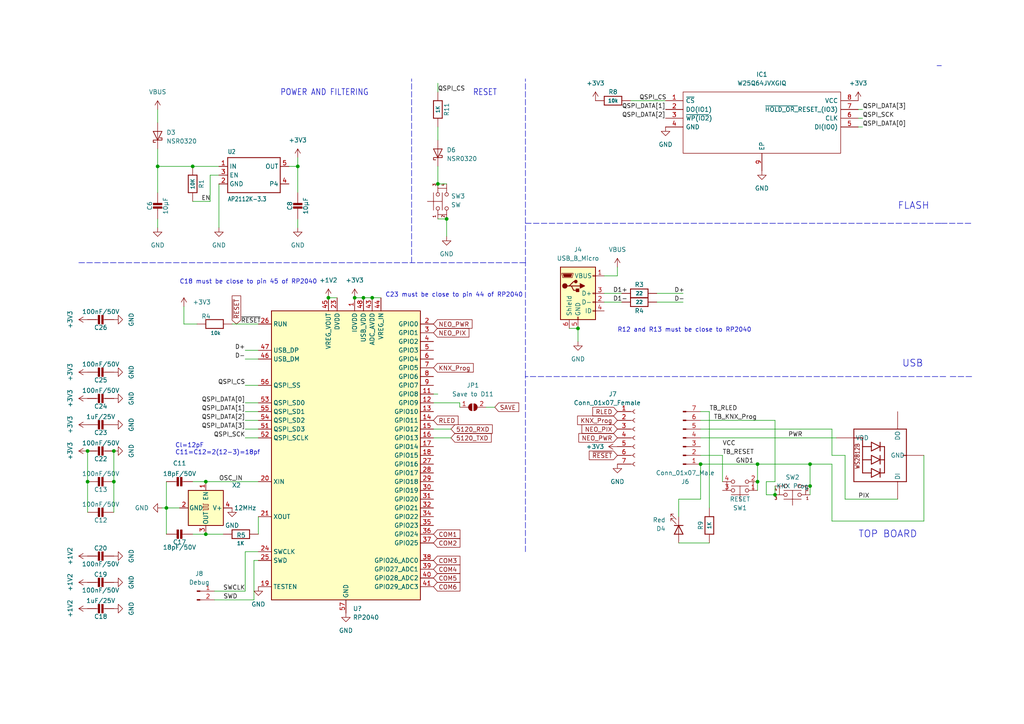
<source format=kicad_sch>
(kicad_sch (version 20211123) (generator eeschema)
  (paper "A4")
  (title_block (title "KNX - TPInfo") (date "2022-11-17") (rev "02") (company "Emmanuel Carjat") (comment 1 "Initial schematics from Adafruit"))
  (lib_symbols
    (symbol "Adafruit ItsyBitsy M0-eagle-import:RESISTOR_0603_NOOUT"
      (property "Reference" "R" (at 0 2.54 0))
      (property "Value" "RESISTOR_0603_NOOUT" (at 0 0 0))
      (symbol "RESISTOR_0603_NOOUT_1_0"
        (pin passive line (at -5.08 0 0) (length 2.54) (name "1") (number "1"))
        (pin passive line (at 5.08 0 180) (length 2.54) (name "2") (number "2"))
      )
    )
    (symbol "Adafruit ItsyBitsy RP2040-eagle-import:CAP_CERAMIC0805-NOOUTLINE"
      (property "Reference" "C" (at -2.29 1.25 90))
      (property "Value" "CAP_CERAMIC0805-NOOUTLINE" (at 2.3 1.25 90))
      (symbol "CAP_CERAMIC0805-NOOUTLINE_1_0"
        (pin passive line (at 0 5.08 270) (length 2.54) (name "1") (number "1"))
        (pin passive line (at 0 -2.54 90) (length 2.54) (name "2") (number "2"))
      )
    )
    (symbol "Adafruit ItsyBitsy RP2040-eagle-import:CAP_CERAMIC_0402NO"
      (property "Reference" "C" (at -2.29 1.25 90))
      (property "Value" "CAP_CERAMIC_0402NO" (at 2.3 1.25 90))
      (symbol "CAP_CERAMIC_0402NO_1_0"
        (pin passive line (at 0 5.08 270) (length 2.54) (name "1") (number "1"))
        (pin passive line (at 0 -2.54 90) (length 2.54) (name "2") (number "2"))
      )
    )
    (symbol "Adafruit ItsyBitsy RP2040-eagle-import:CAP_CERAMIC_0603MP"
      (property "Reference" "C" (at -2.29 1.25 90))
      (property "Value" "CAP_CERAMIC_0603MP" (at 2.3 1.25 90))
      (symbol "CAP_CERAMIC_0603MP_1_0"
        (pin passive line (at 0 5.08 270) (length 2.54) (name "1") (number "1"))
        (pin passive line (at 0 -2.54 90) (length 2.54) (name "2") (number "2"))
      )
    )
    (symbol "Adafruit ItsyBitsy RP2040-eagle-import:RESISTOR_0402NO"
      (property "Reference" "R" (at 0 2.54 0))
      (property "Value" "RESISTOR_0402NO" (at 0 0 0))
      (symbol "RESISTOR_0402NO_1_0"
        (pin passive line (at -5.08 0 0) (length 2.54) (name "1") (number "1"))
        (pin passive line (at 5.08 0 180) (length 2.54) (name "2") (number "2"))
      )
    )
    (symbol "Adafruit ItsyBitsy RP2040-eagle-import:VREG_SOT23-5"
      (property "Reference" "U" (at -7.62 6.096 0))
      (property "Value" "VREG_SOT23-5" (at -7.62 -7.62 0))
      (symbol "VREG_SOT23-5_1_0"
        (pin power_in line (at -10.16 2.54 0) (length 2.54) (name "IN") (number "1"))
        (pin power_in line (at -10.16 -2.54 0) (length 2.54) (name "GND") (number "2"))
        (pin input line (at -10.16 0 0) (length 2.54) (name "EN") (number "3"))
        (pin bidirectional line (at 10.16 -2.54 180) (length 2.54) (name "P4") (number "4"))
        (pin power_in line (at 10.16 2.54 180) (length 2.54) (name "OUT") (number "5"))
      )
    )
    (symbol "Adafruit ItsyBitsy RP2040-eagle-import:WS2812B3535"
      (symbol "WS2812B3535_1_0"
        (text "WS2812B" (at -4.064 8.382 0) (effects (font (size 1.27 1.0795)) (justify left bottom)))
        (pin power_in line (at 5.08 15.24 270) (length 5.08) (name "VDD") (number "1"))
        (pin output line (at 12.7 -2.54 180) (length 5.08) (name "DO") (number "2"))
        (pin power_in line (at 0 -10.16 90) (length 5.08) (name "GND") (number "3"))
        (pin input line (at -12.7 -2.54 0) (length 5.08) (name "DI") (number "4"))
      )
    )
    (symbol "Connector:Conn_01x02_Male" (pin_names (offset 1.016) hide)
      (property "Reference" "J" (at 0 2.54 0))
      (property "Value" "Conn_01x02_Male" (at 0 -5.08 0))
      (symbol "Conn_01x02_Male_1_1"
        (pin passive line (at 5.08 0 180) (length 3.81) (name "Pin_1") (number "1"))
        (pin passive line (at 5.08 -2.54 180) (length 3.81) (name "Pin_2") (number "2"))
      )
    )
    (symbol "Connector:Conn_01x07_Female" (pin_names (offset 1.016) hide)
      (property "Reference" "J" (at 0 10.16 0))
      (property "Value" "Conn_01x07_Female" (at 0 -10.16 0))
      (symbol "Conn_01x07_Female_1_1"
        (pin passive line (at -5.08 7.62 0) (length 3.81) (name "Pin_1") (number "1"))
        (pin passive line (at -5.08 5.08 0) (length 3.81) (name "Pin_2") (number "2"))
        (pin passive line (at -5.08 2.54 0) (length 3.81) (name "Pin_3") (number "3"))
        (pin passive line (at -5.08 0 0) (length 3.81) (name "Pin_4") (number "4"))
        (pin passive line (at -5.08 -2.54 0) (length 3.81) (name "Pin_5") (number "5"))
        (pin passive line (at -5.08 -5.08 0) (length 3.81) (name "Pin_6") (number "6"))
        (pin passive line (at -5.08 -7.62 0) (length 3.81) (name "Pin_7") (number "7"))
      )
    )
    (symbol "Connector:Conn_01x07_Male" (pin_names (offset 1.016) hide)
      (property "Reference" "J" (at 0 10.16 0))
      (property "Value" "Conn_01x07_Male" (at 0 -10.16 0))
      (symbol "Conn_01x07_Male_1_1"
        (pin passive line (at 5.08 7.62 180) (length 3.81) (name "Pin_1") (number "1"))
        (pin passive line (at 5.08 5.08 180) (length 3.81) (name "Pin_2") (number "2"))
        (pin passive line (at 5.08 2.54 180) (length 3.81) (name "Pin_3") (number "3"))
        (pin passive line (at 5.08 0 180) (length 3.81) (name "Pin_4") (number "4"))
        (pin passive line (at 5.08 -2.54 180) (length 3.81) (name "Pin_5") (number "5"))
        (pin passive line (at 5.08 -5.08 180) (length 3.81) (name "Pin_6") (number "6"))
        (pin passive line (at 5.08 -7.62 180) (length 3.81) (name "Pin_7") (number "7"))
      )
    )
    (symbol "Connector:USB_B_Micro" (pin_names (offset 1.016))
      (property "Reference" "J" (at -5.08 11.43 0))
      (property "Value" "USB_B_Micro" (at -5.08 8.89 0))
      (symbol "USB_B_Micro_1_1"
        (pin power_out line (at 7.62 5.08 180) (length 2.54) (name "VBUS") (number "1"))
        (pin bidirectional line (at 7.62 -2.54 180) (length 2.54) (name "D-") (number "2"))
        (pin bidirectional line (at 7.62 0 180) (length 2.54) (name "D+") (number "3"))
        (pin passive line (at 7.62 -5.08 180) (length 2.54) (name "ID") (number "4"))
        (pin power_out line (at 0 -10.16 90) (length 2.54) (name "GND") (number "5"))
        (pin passive line (at -2.54 -10.16 90) (length 2.54) (name "Shield") (number "6"))
      )
    )
    (symbol "Device:LED" (pin_numbers hide) (pin_names (offset 1.016) hide)
      (property "Reference" "D" (at 0 2.54 0))
      (property "Value" "LED" (at 0 -2.54 0))
      (symbol "LED_1_1"
        (pin passive line (at -3.81 0 0) (length 2.54) (name "K") (number "1"))
        (pin passive line (at 3.81 0 180) (length 2.54) (name "A") (number "2"))
      )
    )
    (symbol "Diode:PMEG3020EJ" (pin_numbers hide) (pin_names hide)
      (property "Reference" "D" (at 0 2.54 0))
      (property "Value" "PMEG3020EJ" (at 0 -2.54 0))
      (symbol "PMEG3020EJ_1_1"
        (pin passive line (at -3.81 0 0) (length 2.54) (name "K") (number "1"))
        (pin passive line (at 3.81 0 180) (length 2.54) (name "A") (number "2"))
      )
    )
    (symbol "Jumper:SolderJumper_2_Open" (pin_names (offset 0) hide)
      (property "Reference" "JP" (at 0 2.032 0))
      (property "Value" "SolderJumper_2_Open" (at 0 -2.54 0))
      (symbol "SolderJumper_2_Open_1_1"
        (pin passive line (at -3.81 0 0) (length 2.54) (name "A") (number "1"))
        (pin passive line (at 3.81 0 180) (length 2.54) (name "B") (number "2"))
      )
    )
    (symbol "MCU_RaspberryPi:RP2040"
      (property "Reference" "U" (at 17.78 45.72 0))
      (property "Value" "RP2040" (at 17.78 43.18 0))
      (symbol "RP2040_1_1"
        (pin power_in line (at 2.54 45.72 270) (length 3.81) (name "IOVDD") (number "1"))
        (pin passive line (at 2.54 45.72 270) (length 3.81) hide (name "IOVDD") (number "10"))
        (pin bidirectional line (at 25.4 17.78 180) (length 3.81) (name "GPIO8") (number "11"))
        (pin bidirectional line (at 25.4 15.24 180) (length 3.81) (name "GPIO9") (number "12"))
        (pin bidirectional line (at 25.4 12.7 180) (length 3.81) (name "GPIO10") (number "13"))
        (pin bidirectional line (at 25.4 10.16 180) (length 3.81) (name "GPIO11") (number "14"))
        (pin bidirectional line (at 25.4 7.62 180) (length 3.81) (name "GPIO12") (number "15"))
        (pin bidirectional line (at 25.4 5.08 180) (length 3.81) (name "GPIO13") (number "16"))
        (pin bidirectional line (at 25.4 2.54 180) (length 3.81) (name "GPIO14") (number "17"))
        (pin bidirectional line (at 25.4 0 180) (length 3.81) (name "GPIO15") (number "18"))
        (pin input line (at -25.4 -38.1 0) (length 3.81) (name "TESTEN") (number "19"))
        (pin bidirectional line (at 25.4 38.1 180) (length 3.81) (name "GPIO0") (number "2"))
        (pin input line (at -25.4 -7.62 0) (length 3.81) (name "XIN") (number "20"))
        (pin passive line (at -25.4 -17.78 0) (length 3.81) (name "XOUT") (number "21"))
        (pin passive line (at 2.54 45.72 270) (length 3.81) hide (name "IOVDD") (number "22"))
        (pin power_in line (at -2.54 45.72 270) (length 3.81) (name "DVDD") (number "23"))
        (pin output line (at -25.4 -27.94 0) (length 3.81) (name "SWCLK") (number "24"))
        (pin bidirectional line (at -25.4 -30.48 0) (length 3.81) (name "SWD") (number "25"))
        (pin input line (at -25.4 38.1 0) (length 3.81) (name "RUN") (number "26"))
        (pin bidirectional line (at 25.4 -2.54 180) (length 3.81) (name "GPIO16") (number "27"))
        (pin bidirectional line (at 25.4 -5.08 180) (length 3.81) (name "GPIO17") (number "28"))
        (pin bidirectional line (at 25.4 -7.62 180) (length 3.81) (name "GPIO18") (number "29"))
        (pin bidirectional line (at 25.4 35.56 180) (length 3.81) (name "GPIO1") (number "3"))
        (pin bidirectional line (at 25.4 -10.16 180) (length 3.81) (name "GPIO19") (number "30"))
        (pin bidirectional line (at 25.4 -12.7 180) (length 3.81) (name "GPIO20") (number "31"))
        (pin bidirectional line (at 25.4 -15.24 180) (length 3.81) (name "GPIO21") (number "32"))
        (pin passive line (at 2.54 45.72 270) (length 3.81) hide (name "IOVDD") (number "33"))
        (pin bidirectional line (at 25.4 -17.78 180) (length 3.81) (name "GPIO22") (number "34"))
        (pin bidirectional line (at 25.4 -20.32 180) (length 3.81) (name "GPIO23") (number "35"))
        (pin bidirectional line (at 25.4 -22.86 180) (length 3.81) (name "GPIO24") (number "36"))
        (pin bidirectional line (at 25.4 -25.4 180) (length 3.81) (name "GPIO25") (number "37"))
        (pin bidirectional line (at 25.4 -30.48 180) (length 3.81) (name "GPIO26_ADC0") (number "38"))
        (pin bidirectional line (at 25.4 -33.02 180) (length 3.81) (name "GPIO27_ADC1") (number "39"))
        (pin bidirectional line (at 25.4 33.02 180) (length 3.81) (name "GPIO2") (number "4"))
        (pin bidirectional line (at 25.4 -35.56 180) (length 3.81) (name "GPIO28_ADC2") (number "40"))
        (pin bidirectional line (at 25.4 -38.1 180) (length 3.81) (name "GPIO29_ADC3") (number "41"))
        (pin passive line (at 2.54 45.72 270) (length 3.81) hide (name "IOVDD") (number "42"))
        (pin power_in line (at 7.62 45.72 270) (length 3.81) (name "ADC_AVDD") (number "43"))
        (pin power_in line (at 10.16 45.72 270) (length 3.81) (name "VREG_IN") (number "44"))
        (pin power_out line (at -5.08 45.72 270) (length 3.81) (name "VREG_VOUT") (number "45"))
        (pin bidirectional line (at -25.4 27.94 0) (length 3.81) (name "USB_DM") (number "46"))
        (pin bidirectional line (at -25.4 30.48 0) (length 3.81) (name "USB_DP") (number "47"))
        (pin power_in line (at 5.08 45.72 270) (length 3.81) (name "USB_VDD") (number "48"))
        (pin passive line (at 2.54 45.72 270) (length 3.81) hide (name "IOVDD") (number "49"))
        (pin bidirectional line (at 25.4 30.48 180) (length 3.81) (name "GPIO3") (number "5"))
        (pin passive line (at -2.54 45.72 270) (length 3.81) hide (name "DVDD") (number "50"))
        (pin bidirectional line (at -25.4 7.62 0) (length 3.81) (name "QSPI_SD3") (number "51"))
        (pin output line (at -25.4 5.08 0) (length 3.81) (name "QSPI_SCLK") (number "52"))
        (pin bidirectional line (at -25.4 15.24 0) (length 3.81) (name "QSPI_SD0") (number "53"))
        (pin bidirectional line (at -25.4 10.16 0) (length 3.81) (name "QSPI_SD2") (number "54"))
        (pin bidirectional line (at -25.4 12.7 0) (length 3.81) (name "QSPI_SD1") (number "55"))
        (pin bidirectional line (at -25.4 20.32 0) (length 3.81) (name "QSPI_SS") (number "56"))
        (pin power_in line (at 0 -45.72 90) (length 3.81) (name "GND") (number "57"))
        (pin bidirectional line (at 25.4 27.94 180) (length 3.81) (name "GPIO4") (number "6"))
        (pin bidirectional line (at 25.4 25.4 180) (length 3.81) (name "GPIO5") (number "7"))
        (pin bidirectional line (at 25.4 22.86 180) (length 3.81) (name "GPIO6") (number "8"))
        (pin bidirectional line (at 25.4 20.32 180) (length 3.81) (name "GPIO7") (number "9"))
      )
    )
    (symbol "Oscillator:XO32" (pin_names (offset 0.254))
      (property "Reference" "X" (at -5.08 6.35 0))
      (property "Value" "XO32" (at 1.27 -6.35 0))
      (symbol "XO32_1_1"
        (pin input line (at -7.62 0 0) (length 2.54) (name "EN") (number "1"))
        (pin power_in line (at 0 -7.62 90) (length 2.54) (name "GND") (number "2"))
        (pin output line (at 7.62 0 180) (length 2.54) (name "OUT") (number "3"))
        (pin power_in line (at 0 7.62 270) (length 2.54) (name "V+") (number "4"))
      )
    )
    (symbol "SW_Push_1" (pin_names (offset 1.016) hide)
      (property "Reference" "SW1" (at 0 5.08 0))
      (property "Value" "Reset" (at 0 2.54 0))
      (symbol "SW_Push_1_0_1"
        (pin passive line (at -5.08 0 0) (length 2.54) (name "1") (number "1"))
        (pin passive line (at -5.08 -2.54 0) (length 2.54) (name "2") (number "2"))
        (pin passive line (at 5.08 0 180) (length 2.54) (name "3") (number "3"))
        (pin passive line (at 5.08 -2.54 180) (length 2.54) (name "4") (number "4"))
      )
    )
    (symbol "SW_Push_2" (pin_numbers hide) (pin_names (offset 1.016) hide)
      (property "Reference" "SW1" (at 0 -5.08 0))
      (property "Value" "Reset" (at 0 -2.54 0))
      (symbol "SW_Push_2_0_0"
        (text "1" (at -4.318 1.016 0) (effects (font (size 0.8 0.8))))
        (text "2" (at -4.318 -1.524 0) (effects (font (size 0.8 0.8))))
        (text "3" (at 4.826 1.016 0) (effects (font (size 0.8 0.8))))
        (text "4" (at 4.826 -1.524 0) (effects (font (size 0.8 0.8))))
      )
      (symbol "SW_Push_2_0_1"
        (pin passive line (at -5.08 0 0) (length 2.54) (name "1") (number "1"))
        (pin passive line (at -5.08 -2.54 0) (length 2.54) (name "2") (number "2"))
        (pin passive line (at 5.08 0 180) (length 2.54) (name "3") (number "3"))
        (pin passive line (at 5.08 -2.54 180) (length 2.54) (name "4") (number "4"))
      )
    )
    (symbol "W25Q64JVXGIQ:W25Q64JVXGIQ" (pin_names (offset 0.762))
      (property "Reference" "IC" (at 52.07 7.62 0))
      (property "Value" "W25Q64JVXGIQ" (at 52.07 5.08 0))
      (symbol "W25Q64JVXGIQ_0_0"
        (pin passive line (at 0 0 0) (length 5.08) (name "~{CS}") (number "1"))
        (pin passive line (at 0 -2.54 0) (length 5.08) (name "DO(IO1)") (number "2"))
        (pin passive line (at 0 -5.08 0) (length 5.08) (name "~{WP(IO2})") (number "3"))
        (pin passive line (at 0 -7.62 0) (length 5.08) (name "GND") (number "4"))
        (pin passive line (at 55.88 -7.62 180) (length 5.08) (name "DI(IO0)") (number "5"))
        (pin passive line (at 55.88 -5.08 180) (length 5.08) (name "CLK") (number "6"))
        (pin passive line (at 55.88 -2.54 180) (length 5.08) (name "~{HOLD_OR_}RESET_(IO3)") (number "7"))
        (pin passive line (at 55.88 0 180) (length 5.08) (name "VCC") (number "8"))
        (pin passive line (at 27.94 -20.32 90) (length 5.08) (name "EP") (number "9"))
      )
    )
    (symbol "power:+1V2" (power) (pin_names (offset 0))
      (property "Value" "+1V2" (at 0 3.556 0))
      (symbol "+1V2_1_1"
        (pin power_in line (at 0 0 90) (length 0) hide (name "+1V2") (number "1"))
      )
    )
    (symbol "power:+3V3" (power) (pin_names (offset 0))
      (property "Value" "+3V3" (at 0 3.556 0))
      (symbol "+3V3_1_1"
        (pin power_in line (at 0 0 90) (length 0) hide (name "+3V3") (number "1"))
      )
    )
    (symbol "power:GND" (power) (pin_names (offset 0))
      (property "Value" "GND" (at 0 -3.81 0))
      (symbol "GND_1_1"
        (pin power_in line (at 0 0 270) (length 0) hide (name "GND") (number "1"))
      )
    )
    (symbol "power:VBUS" (power) (pin_names (offset 0))
      (property "Value" "VBUS" (at 0 3.81 0))
      (symbol "VBUS_1_1"
        (pin power_in line (at 0 0 90) (length 0) hide (name "VBUS") (number "1"))
      )
    )
  )
  (junction (at 167.64 95.25))
  (junction (at 45.72 48.26))
  (junction (at 234.95 140.97))
  (junction (at 203.2 134.62))
  (junction (at 224.79 143.51))
  (junction (at 25.4 139.7))
  (junction (at 127 53.34))
  (junction (at 105.41 86.36))
  (junction (at 102.87 86.36))
  (junction (at 234.95 134.62))
  (junction (at 107.95 86.36))
  (junction (at 33.02 139.7))
  (junction (at 55.88 48.26))
  (junction (at 48.26 147.32))
  (junction (at 219.71 139.7))
  (junction (at 59.69 139.7))
  (junction (at 25.4 130.81))
  (junction (at 219.71 134.62))
  (junction (at 129.54 63.5))
  (junction (at 86.36 48.26))
  (junction (at 59.69 154.94))
  (junction (at 95.25 86.36))
  (junction (at 33.02 130.81))
  (wire (pts (xy 130.81 127) (xy 125.73 127)))
  (wire (pts (xy 71.12 160.02) (xy 71.12 171.45)))
  (wire (pts (xy 48.26 147.32) (xy 48.26 154.94)))
  (wire (pts (xy 107.95 86.36) (xy 110.49 86.36)))
  (wire (pts (xy 241.3 134.62) (xy 241.3 151.13)))
  (wire (pts (xy 203.2 134.62) (xy 219.71 134.62)))
  (wire (pts (xy 130.81 124.46) (xy 125.73 124.46)))
  (wire (pts (xy 219.71 134.62) (xy 219.71 139.7)))
  (polyline (pts (xy 22.86 76.2) (xy 119.38 76.2)))
  (wire (pts (xy 95.25 86.36) (xy 97.79 86.36)))
  (wire (pts (xy 74.93 162.56) (xy 73.66 162.56)))
  (polyline (pts (xy 152.4 160.02) (xy 152.4 109.22)))
  (wire (pts (xy 33.02 139.7) (xy 33.02 130.81)))
  (wire (pts (xy 203.2 144.78) (xy 203.2 134.62)))
  (wire (pts (xy 33.02 148.59) (xy 33.02 139.7)))
  (wire (pts (xy 190.5 85.09) (xy 198.12 85.09)))
  (wire (pts (xy 48.26 139.7) (xy 48.26 147.32)))
  (wire (pts (xy 203.2 127) (xy 242.57 127)))
  (wire (pts (xy 71.12 121.92) (xy 74.93 121.92)))
  (wire (pts (xy 196.85 149.86) (xy 196.85 144.78)))
  (wire (pts (xy 67.31 93.98) (xy 74.93 93.98)))
  (wire (pts (xy 245.11 132.08) (xy 245.11 144.78)))
  (wire (pts (xy 190.5 87.63) (xy 198.12 87.63)))
  (polyline (pts (xy 271.78 19.05) (xy 273.05 19.05)))
  (wire (pts (xy 62.23 173.99) (xy 73.66 173.99)))
  (wire (pts (xy 48.26 147.32) (xy 52.07 147.32)))
  (wire (pts (xy 234.95 134.62) (xy 234.95 140.97)))
  (wire (pts (xy 224.79 140.97) (xy 224.79 143.51)))
  (polyline (pts (xy 152.4 64.77) (xy 273.05 64.77)))
  (wire (pts (xy 25.4 148.59) (xy 25.4 139.7)))
  (wire (pts (xy 45.72 63.5) (xy 45.72 66.04)))
  (wire (pts (xy 102.87 86.36) (xy 105.41 86.36)))
  (wire (pts (xy 25.4 139.7) (xy 25.4 130.81)))
  (wire (pts (xy 71.12 171.45) (xy 62.23 171.45)))
  (wire (pts (xy 245.11 144.78) (xy 260.35 144.78)))
  (wire (pts (xy 127 26.67) (xy 127 24.13)))
  (wire (pts (xy 53.34 93.98) (xy 57.15 93.98)))
  (wire (pts (xy 45.72 48.26) (xy 45.72 55.88)))
  (wire (pts (xy 71.12 116.84) (xy 74.93 116.84)))
  (wire (pts (xy 224.79 139.7) (xy 222.25 139.7)))
  (polyline (pts (xy 275.59 109.22) (xy 281.94 109.22)))
  (wire (pts (xy 241.3 151.13) (xy 267.97 151.13)))
  (wire (pts (xy 175.26 80.01) (xy 179.07 80.01)))
  (wire (pts (xy 45.72 48.26) (xy 45.72 43.18)))
  (wire (pts (xy 55.88 48.26) (xy 45.72 48.26)))
  (wire (pts (xy 74.93 160.02) (xy 71.12 160.02)))
  (wire (pts (xy 248.92 31.75) (xy 250.19 31.75)))
  (wire (pts (xy 55.88 154.94) (xy 59.69 154.94)))
  (wire (pts (xy 140.97 118.11) (xy 143.51 118.11)))
  (wire (pts (xy 55.88 48.26) (xy 63.5 48.26)))
  (wire (pts (xy 83.82 48.26) (xy 86.36 48.26)))
  (wire (pts (xy 86.36 48.26) (xy 86.36 45.72)))
  (wire (pts (xy 234.95 140.97) (xy 234.95 143.51)))
  (wire (pts (xy 73.66 162.56) (xy 73.66 173.99)))
  (wire (pts (xy 133.35 116.84) (xy 125.73 116.84)))
  (wire (pts (xy 105.41 86.36) (xy 107.95 86.36)))
  (wire (pts (xy 45.72 31.75) (xy 45.72 35.56)))
  (wire (pts (xy 182.88 29.21) (xy 193.04 29.21)))
  (wire (pts (xy 175.26 87.63) (xy 180.34 87.63)))
  (wire (pts (xy 248.92 36.83) (xy 250.19 36.83)))
  (wire (pts (xy 74.93 154.94) (xy 74.93 149.86)))
  (wire (pts (xy 55.88 139.7) (xy 59.69 139.7)))
  (wire (pts (xy 241.3 124.46) (xy 241.3 132.08)))
  (wire (pts (xy 133.35 118.11) (xy 133.35 116.84)))
  (wire (pts (xy 127 36.83) (xy 127 40.64)))
  (wire (pts (xy 86.36 63.5) (xy 86.36 66.04)))
  (wire (pts (xy 46.99 147.32) (xy 48.26 147.32)))
  (wire (pts (xy 71.12 101.6) (xy 74.93 101.6)))
  (wire (pts (xy 222.25 139.7) (xy 222.25 143.51)))
  (polyline (pts (xy 152.4 76.2) (xy 152.4 22.86)))
  (wire (pts (xy 71.12 119.38) (xy 74.93 119.38)))
  (wire (pts (xy 63.5 53.34) (xy 63.5 66.04)))
  (wire (pts (xy 55.88 58.42) (xy 60.96 58.42)))
  (wire (pts (xy 71.12 127) (xy 74.93 127)))
  (wire (pts (xy 53.34 88.9) (xy 53.34 93.98)))
  (wire (pts (xy 267.97 132.08) (xy 267.97 151.13)))
  (wire (pts (xy 71.12 111.76) (xy 74.93 111.76)))
  (polyline (pts (xy 152.4 109.22) (xy 152.4 76.2)))
  (wire (pts (xy 179.07 80.01) (xy 179.07 77.47)))
  (wire (pts (xy 241.3 132.08) (xy 245.11 132.08)))
  (polyline (pts (xy 274.32 109.22) (xy 152.4 109.22)))
  (wire (pts (xy 165.1 95.25) (xy 167.64 95.25)))
  (wire (pts (xy 167.64 95.25) (xy 167.64 99.06)))
  (wire (pts (xy 209.55 132.08) (xy 203.2 132.08)))
  (wire (pts (xy 127 53.34) (xy 129.54 53.34)))
  (wire (pts (xy 203.2 124.46) (xy 241.3 124.46)))
  (wire (pts (xy 224.79 121.92) (xy 203.2 121.92)))
  (wire (pts (xy 127 114.3) (xy 125.73 114.3)))
  (wire (pts (xy 205.74 119.38) (xy 203.2 119.38)))
  (wire (pts (xy 60.96 50.8) (xy 63.5 50.8)))
  (wire (pts (xy 219.71 139.7) (xy 219.71 142.24)))
  (wire (pts (xy 59.69 154.94) (xy 64.77 154.94)))
  (wire (pts (xy 234.95 134.62) (xy 241.3 134.62)))
  (wire (pts (xy 175.26 85.09) (xy 180.34 85.09)))
  (polyline (pts (xy 273.05 64.77) (xy 281.94 64.77)))
  (polyline (pts (xy 152.4 76.2) (xy 119.38 76.2)))
  (wire (pts (xy 196.85 144.78) (xy 203.2 144.78)))
  (wire (pts (xy 60.96 58.42) (xy 60.96 50.8)))
  (wire (pts (xy 71.12 124.46) (xy 74.93 124.46)))
  (wire (pts (xy 209.55 139.7) (xy 209.55 132.08)))
  (wire (pts (xy 129.54 63.5) (xy 129.54 68.58)))
  (wire (pts (xy 59.69 139.7) (xy 74.93 139.7)))
  (wire (pts (xy 205.74 119.38) (xy 205.74 147.32)))
  (polyline (pts (xy 119.38 76.2) (xy 119.38 22.86)))
  (wire (pts (xy 127 63.5) (xy 129.54 63.5)))
  (wire (pts (xy 222.25 143.51) (xy 224.79 143.51)))
  (wire (pts (xy 224.79 121.92) (xy 224.79 139.7)))
  (wire (pts (xy 219.71 134.62) (xy 234.95 134.62)))
  (wire (pts (xy 71.12 104.14) (xy 74.93 104.14)))
  (wire (pts (xy 127 48.26) (xy 127 53.34)))
  (wire (pts (xy 86.36 55.88) (xy 86.36 48.26)))
  (wire (pts (xy 196.85 157.48) (xy 205.74 157.48)))
  (wire (pts (xy 248.92 34.29) (xy 250.19 34.29)))
  (text "C23 must be close to pin 44 of RP2040" (at 111.76 86.36 0) (effects (font (size 1.27 1.27)) (justify left bottom)))
  (text "POWER AND FILTERING" (at 81.28 27.94 180) (effects (font (size 1.778 1.5113)) (justify left bottom)))
  (text "R12 and R13 must be close to RP2040" (at 179.07 96.52 0) (effects (font (size 1.27 1.27)) (justify left bottom)))
  (text "USB" (at 261.62 106.68 0) (effects (font (size 2 2)) (justify left bottom)))
  (text "C18 must be close to pin 45 of RP2040" (at 52.07 82.55 0) (effects (font (size 1.27 1.27)) (justify left bottom)))
  (text "TOP BOARD" (at 248.92 156.21 0) (effects (font (size 2 2)) (justify left bottom)))
  (text "Cl=12pF\nC11=C12=2(12-3)=18pf" (at 50.8 132.08 0) (effects (font (size 1.27 1.27)) (justify left bottom)))
  (text "FLASH" (at 260.35 60.96 0) (effects (font (size 2 2)) (justify left bottom)))
  (text "RESET" (at 137.16 27.94 180) (effects (font (size 1.778 1.5113)) (justify left bottom)))
  (label "QSPI_DATA[2]" (at 71.12 121.92 180) (effects (font (size 1.2446 1.2446))))
  (label "GND1" (at 213.36 134.62 0))
  (label "TB_RLED" (at 205.74 119.38 0))
  (label "D-" (at 195.58 87.63 0) (effects (font (size 1.2446 1.2446))))
  (label "QSPI_CS" (at 71.12 111.76 180) (effects (font (size 1.2446 1.2446))))
  (label "QSPI_DATA[3]" (at 250.19 31.75 0) (effects (font (size 1.2446 1.2446))))
  (label "TB_KNX_Prog" (at 207.01 121.92 0))
  (label "D1+" (at 177.8 85.09 0))
  (label "TB_RESET" (at 209.55 132.08 0))
  (label "PIX" (at 248.92 144.78 0))
  (label "D1-" (at 177.8 87.63 0))
  (label "QSPI_DATA[1]" (at 71.12 119.38 180) (effects (font (size 1.2446 1.2446))))
  (label "PWR" (at 228.6 127 0))
  (label "QSPI_DATA[2]" (at 193.04 34.29 180) (effects (font (size 1.2446 1.2446))))
  (label "~{RESET}" (at 69.85 93.98 0) (effects (font (size 1.2446 1.2446))))
  (label "SWD" (at 64.77 173.99 0))
  (label "QSPI_DATA[3]" (at 71.12 124.46 180) (effects (font (size 1.2446 1.2446))))
  (label "VCC" (at 209.55 129.54 0))
  (label "D-" (at 71.12 104.14 180) (effects (font (size 1.2446 1.2446))))
  (label "D+" (at 195.58 85.09 0) (effects (font (size 1.2446 1.2446))))
  (label "QSPI_CS" (at 185.42 29.21 0) (effects (font (size 1.2446 1.2446))))
  (label "EN" (at 58.42 58.42 0) (effects (font (size 1.2446 1.2446))))
  (label "D+" (at 71.12 101.6 180) (effects (font (size 1.2446 1.2446))))
  (label "SWCLK" (at 71.12 171.45 180))
  (label "QSPI_CS" (at 127 26.67 0) (effects (font (size 1.2446 1.2446))))
  (label "QSPI_DATA[0]" (at 250.19 36.83 0) (effects (font (size 1.2446 1.2446))))
  (label "OSC_IN" (at 63.5 139.7 0))
  (label "QSPI_SCK" (at 250.19 34.29 0) (effects (font (size 1.2446 1.2446))))
  (label "QSPI_DATA[1]" (at 193.04 31.75 180) (effects (font (size 1.2446 1.2446))))
  (label "QSPI_SCK" (at 71.12 127 180) (effects (font (size 1.2446 1.2446))))
  (label "QSPI_DATA[0]" (at 71.12 116.84 180) (effects (font (size 1.2446 1.2446))))
  (global_label "NEO_PIX" (shape input) (at 125.73 96.52 0) (property "Intersheet References" "${INTERSHEET_REFS}" (effects hide)))
  (global_label "COM5" (shape input) (at 125.73 167.64 0) (property "Intersheet References" "${INTERSHEET_REFS}" (effects hide)))
  (global_label "KNX_Prog" (shape input) (at 125.73 106.68 0) (property "Intersheet References" "${INTERSHEET_REFS}" (effects hide)))
  (global_label "~{RESET}" (shape input) (at 179.07 132.08 180) (property "Intersheet References" "${INTERSHEET_REFS}" (effects hide)))
  (global_label "RLED" (shape input) (at 125.73 121.92 0) (property "Intersheet References" "${INTERSHEET_REFS}" (effects hide)))
  (global_label "COM4" (shape input) (at 125.73 165.1 0) (property "Intersheet References" "${INTERSHEET_REFS}" (effects hide)))
  (global_label "5120_RXD" (shape input) (at 130.81 124.46 0) (property "Intersheet References" "${INTERSHEET_REFS}" (effects hide)))
  (global_label "COM1" (shape input) (at 125.73 154.94 0) (property "Intersheet References" "${INTERSHEET_REFS}" (effects hide)))
  (global_label "NEO_PWR" (shape input) (at 179.07 127 180) (property "Intersheet References" "${INTERSHEET_REFS}" (effects hide)))
  (global_label "RLED" (shape input) (at 179.07 119.38 180) (property "Intersheet References" "${INTERSHEET_REFS}" (effects hide)))
  (global_label "COM3" (shape input) (at 125.73 162.56 0) (property "Intersheet References" "${INTERSHEET_REFS}" (effects hide)))
  (global_label "COM6" (shape input) (at 125.73 170.18 0) (property "Intersheet References" "${INTERSHEET_REFS}" (effects hide)))
  (global_label "SAVE" (shape input) (at 143.51 118.11 0) (property "Intersheet References" "${INTERSHEET_REFS}" (effects hide)))
  (global_label "5120_TXD" (shape input) (at 130.81 127 0) (property "Intersheet References" "${INTERSHEET_REFS}" (effects hide)))
  (global_label "COM2" (shape input) (at 125.73 157.48 0) (property "Intersheet References" "${INTERSHEET_REFS}" (effects hide)))
  (global_label "NEO_PIX" (shape input) (at 179.07 124.46 180) (property "Intersheet References" "${INTERSHEET_REFS}" (effects hide)))
  (global_label "~{RESET}" (shape input) (at 68.58 93.98 90) (property "Intersheet References" "${INTERSHEET_REFS}" (effects hide)))
  (global_label "KNX_Prog" (shape input) (at 179.07 121.92 180) (property "Intersheet References" "${INTERSHEET_REFS}" (effects hide)))
  (global_label "NEO_PWR" (shape input) (at 125.73 93.98 0) (property "Intersheet References" "${INTERSHEET_REFS}" (effects hide)))
  (symbol (lib_id "power:GND") (at 33.02 115.57 90) (unit 1)
    (property "Reference" "#PWR0121" (effects hide))
    (property "Value" "GND" (at 38.1 115.57 0))
  )
  (symbol (lib_id "Adafruit ItsyBitsy RP2040-eagle-import:RESISTOR_0402NO") (at 177.8 29.21 0) (unit 1)
    (property "Reference" "R8" (at 177.8 26.67 0))
    (property "Value" "10k" (at 177.8 29.21 0) (effects (font (size 1.016 1.016) bold)))
    (property "Footprint" "Resistor_SMD:R_0402_1005Metric" (effects hide))
    (property "LCSC" "C25744" (effects hide))
  )
  (symbol (lib_id "Adafruit ItsyBitsy RP2040-eagle-import:CAP_CERAMIC_0402NO") (at 30.48 115.57 90) (unit 1)
    (property "Reference" "C24" (at 29.23 117.86 90))
    (property "Value" "100nF/50V" (at 29.23 113.27 90))
    (property "Footprint" "Capacitor_SMD:C_0402_1005Metric" (effects hide))
    (property "LCSC" "C307331" (effects hide))
  )
  (symbol (lib_id "Adafruit ItsyBitsy RP2040-eagle-import:CAP_CERAMIC_0402NO") (at 30.48 139.7 90) (unit 1)
    (property "Reference" "C13" (at 29.23 141.99 90))
    (property "Value" "100nF/50V" (at 29.23 137.4 90))
    (property "Footprint" "Capacitor_SMD:C_0402_1005Metric" (effects hide))
    (property "LCSC" "C307331" (effects hide))
  )
  (symbol (lib_id "Adafruit ItsyBitsy RP2040-eagle-import:CAP_CERAMIC_0402NO") (at 30.48 130.81 90) (unit 1)
    (property "Reference" "C22" (at 29.23 133.1 90))
    (property "Value" "100nF/50V" (at 29.23 128.51 90))
    (property "Footprint" "Capacitor_SMD:C_0402_1005Metric" (effects hide))
    (property "LCSC" "C307331" (effects hide))
  )
  (symbol (lib_id "W25Q64JVXGIQ:W25Q64JVXGIQ") (at 193.04 29.21 0) (unit 1)
    (property "Reference" "IC1" (at 220.98 21.59 0))
    (property "Value" "W25Q64JVXGIQ" (at 220.98 24.13 0))
    (property "Footprint" "Libraries:SON80P400X400X50-9N" (effects hide))
    (property "Datasheet" "https://www.winbond.com/hq/search-resource-file.jsp?partNo=W25Q64JVXGIQ&type=datasheet" (effects hide))
    (property "Description" "64M-bit Serial Flash Memory with uniform 4KB sectors and Dual/Quad SPI" (effects hide))
    (property "Height" "0.5" (effects hide))
    (property "Manufacturer_Name" "Winbond" (effects hide))
    (property "Manufacturer_Part_Number" "W25Q64JVXGIQ" (effects hide))
    (property "LCSC" "C2940195" (effects hide))
  )
  (symbol (lib_id "power:VBUS") (at 179.07 77.47 0) (unit 1)
    (property "Reference" "#PWR0129" (effects hide))
    (property "Value" "VBUS" (at 179.07 72.39 0))
  )
  (symbol (lib_id "power:+1V2") (at 25.4 176.53 90) (unit 1)
    (property "Reference" "#PWR0145" (effects hide))
    (property "Value" "+1V2" (at 20.32 176.53 0))
  )
  (symbol (lib_id "Adafruit ItsyBitsy M0-eagle-import:RESISTOR_0603_NOOUT") (at 205.74 152.4 90) (unit 1)
    (property "Reference" "R9" (at 203.2 152.4 0))
    (property "Value" "1K" (at 205.74 152.4 0) (effects (font (size 1.016 1.016) bold)))
    (property "Footprint" "Resistor_SMD:R_0402_1005Metric" (effects hide))
    (property "LCSC" "C11702" (effects hide))
  )
  (symbol (lib_id "MCU_RaspberryPi:RP2040") (at 100.33 132.08 0) (unit 1)
    (property "Reference" "U?" (at 102.3494 176.53 0) (effects (justify left)))
    (property "Value" "RP2040" (at 102.3494 179.07 0) (effects (justify left)))
    (property "Footprint" "Package_DFN_QFN:QFN-56-1EP_7x7mm_P0.4mm_EP3.2x3.2mm" (effects hide))
    (property "Datasheet" "https://datasheets.raspberrypi.com/rp2040/rp2040-datasheet.pdf" (effects hide))
    (property "LCSC" "C2040" (effects hide))
  )
  (symbol (lib_id "power:GND") (at 33.02 130.81 90) (unit 1)
    (property "Reference" "#PWR0126" (effects hide))
    (property "Value" "GND" (at 38.1 130.81 0))
  )
  (symbol (lib_id "power:+3V3") (at 25.4 130.81 90) (unit 1)
    (property "Reference" "#PWR0124" (effects hide))
    (property "Value" "+3V3" (at 20.32 130.81 0))
  )
  (symbol (lib_id "Adafruit ItsyBitsy RP2040-eagle-import:CAP_CERAMIC_0603MP") (at 30.48 176.53 90) (unit 1)
    (property "Reference" "C18" (at 29.23 178.82 90))
    (property "Value" "1uF/25V" (at 29.23 174.23 90))
    (property "Footprint" "Capacitor_SMD:C_0402_1005Metric" (effects hide))
    (property "LCSC" "C52923" (effects hide))
  )
  (symbol (lib_id "Adafruit ItsyBitsy RP2040-eagle-import:RESISTOR_0402NO") (at 62.23 93.98 0) (unit 1)
    (property "Reference" "R4" (at 58.42 92.4814 0) (effects (justify left bottom)))
    (property "Value" "10k" (at 60.96 97.282 0) (effects (font (size 1.016 1.016) bold) (justify left bottom)))
    (property "Footprint" "Resistor_SMD:R_0402_1005Metric" (effects hide))
    (property "LCSC" "C25744" (effects hide))
  )
  (symbol (lib_name "SW_Push_2") (lib_id "Switch:SW_Push") (at 127 58.42 90) (unit 1)
    (property "Reference" "SW3" (at 130.81 56.8958 90) (effects (justify right)))
    (property "Value" "SW" (at 130.81 59.4358 90) (effects (justify right)))
    (property "Footprint" "Libraries:SW_TS-1187A-B-A-B" (effects hide))
    (property "LCSC" "C318884" (effects hide))
  )
  (symbol (lib_id "power:GND") (at 33.02 176.53 90) (unit 1)
    (property "Reference" "#PWR0146" (effects hide))
    (property "Value" "GND" (at 38.1 176.53 0))
  )
  (symbol (lib_id "Adafruit ItsyBitsy RP2040-eagle-import:WS2812B3535") (at 257.81 132.08 90) (unit 1)
    (property "Reference" "LED1" (effects hide))
    (property "Value" "WS2812B3535" (effects hide))
    (property "Footprint" "LED_SMD:LED_WS2812B_PLCC4_5.0x5.0mm_P3.2mm" (effects hide))
    (property "LCSC" "C2920042" (effects hide))
  )
  (symbol (lib_id "Adafruit ItsyBitsy RP2040-eagle-import:CAP_CERAMIC0805-NOOUTLINE") (at 86.36 60.96 0) (unit 1)
    (property "Reference" "C8" (at 84.07 59.71 90))
    (property "Value" "10µF" (at 88.66 59.71 90))
    (property "Footprint" "Adafruit ItsyBitsy RP2040:0805-NO" (effects hide))
    (property "LCSC" "C96446" (effects hide))
  )
  (symbol (lib_id "power:+3V3") (at 86.36 45.72 0) (unit 1)
    (property "Reference" "#PWR0137" (effects hide))
    (property "Value" "+3V3" (at 86.36 40.64 0))
  )
  (symbol (lib_id "power:+3V3") (at 172.72 29.21 0) (unit 1)
    (property "Reference" "#PWR0152" (effects hide))
    (property "Value" "+3V3" (at 172.72 24.13 0))
  )
  (symbol (lib_id "Adafruit ItsyBitsy RP2040-eagle-import:VREG_SOT23-5") (at 73.66 50.8 0) (unit 1)
    (property "Reference" "U2" (at 66.04 44.704 0) (effects (font (size 1.27 1.0795)) (justify left bottom)))
    (property "Value" "AP2112K-3.3" (at 66.04 58.42 0) (effects (font (size 1.27 1.0795)) (justify left bottom)))
    (property "Footprint" "Adafruit ItsyBitsy RP2040:SOT23-5" (effects hide))
    (property "LCSC" " C51118" (effects hide))
  )
  (symbol (lib_id "Adafruit ItsyBitsy RP2040-eagle-import:RESISTOR_0402NO") (at 127 31.75 270) (unit 1)
    (property "Reference" "R11" (at 129.54 31.75 0))
    (property "Value" "1K" (at 127 31.75 0) (effects (font (size 1.016 1.016) bold)))
    (property "Footprint" "Adafruit ItsyBitsy RP2040:_0402NO" (effects hide))
    (property "LCSC" "C11702" (effects hide))
  )
  (symbol (lib_id "power:GND") (at 129.54 68.58 0) (unit 1)
    (property "Reference" "#PWR0140" (effects hide))
    (property "Value" "GND" (at 129.54 73.66 0))
  )
  (symbol (lib_id "power:GND") (at 33.02 161.29 90) (unit 1)
    (property "Reference" "#PWR0148" (effects hide))
    (property "Value" "GND" (at 38.1 161.29 0))
  )
  (symbol (lib_id "power:GND") (at 63.5 66.04 0) (unit 1)
    (property "Reference" "#PWR0130" (effects hide))
    (property "Value" "GND" (at 63.5 71.12 0))
  )
  (symbol (lib_id "power:GND") (at 33.02 168.91 90) (unit 1)
    (property "Reference" "#PWR0149" (effects hide))
    (property "Value" "GND" (at 38.1 168.91 0))
  )
  (symbol (lib_id "power:+3V3") (at 25.4 107.95 90) (unit 1)
    (property "Reference" "#PWR0122" (effects hide))
    (property "Value" "+3V3" (at 20.32 107.95 0))
  )
  (symbol (lib_id "power:GND") (at 86.36 66.04 0) (unit 1)
    (property "Reference" "#PWR0139" (effects hide))
    (property "Value" "GND" (at 86.36 71.12 0))
  )
  (symbol (lib_id "Adafruit ItsyBitsy RP2040-eagle-import:RESISTOR_0402NO") (at 55.88 53.34 270) (unit 1)
    (property "Reference" "R1" (at 58.42 53.34 0))
    (property "Value" "10K" (at 55.88 53.34 0) (effects (font (size 1.016 1.016) bold)))
    (property "Footprint" "Adafruit ItsyBitsy RP2040:_0402NO" (effects hide))
    (property "LCSC" "C25744" (effects hide))
  )
  (symbol (lib_id "power:+3V3") (at 25.4 115.57 90) (unit 1)
    (property "Reference" "#PWR0123" (effects hide))
    (property "Value" "+3V3" (at 20.32 115.57 0))
  )
  (symbol (lib_id "Oscillator:XO32") (at 59.69 147.32 270) (unit 1)
    (property "Reference" "X2" (at 68.58 140.7412 90))
    (property "Value" "12MHz" (at 71.12 147.32 90))
    (property "Footprint" "Crystal:Crystal_SMD_2520-4Pin_2.5x2.0mm" (effects hide))
    (property "LCSC" "C521567" (effects hide))
  )
  (symbol (lib_id "power:+1V2") (at 25.4 161.29 90) (unit 1)
    (property "Reference" "#PWR0150" (effects hide))
    (property "Value" "+1V2" (at 20.32 161.29 0))
  )
  (symbol (lib_id "power:GND") (at 100.33 177.8 0) (unit 1)
    (property "Reference" "#PWR0141" (effects hide))
    (property "Value" "GND" (at 100.33 182.88 0))
  )
  (symbol (lib_id "Adafruit ItsyBitsy RP2040-eagle-import:RESISTOR_0402NO") (at 185.42 85.09 0) (unit 1)
    (property "Reference" "R3" (at 185.42 82.55 0))
    (property "Value" "22" (at 185.42 85.09 0) (effects (font (size 1.016 1.016) bold)))
    (property "Footprint" "Adafruit ItsyBitsy RP2040:_0402NO" (effects hide))
    (property "LCSC" "C25092" (effects hide))
  )
  (symbol (lib_id "power:GND") (at 33.02 123.19 90) (unit 1)
    (property "Reference" "#PWR0125" (effects hide))
    (property "Value" "GND" (at 38.1 123.19 0))
  )
  (symbol (lib_id "power:GND") (at 33.02 92.71 90) (unit 1)
    (property "Reference" "#PWR0133" (effects hide))
    (property "Value" "GND" (at 38.1 92.71 0))
  )
  (symbol (lib_id "Connector:Conn_01x07_Male") (at 198.12 127 0) (mirror x) (unit 1)
    (property "Reference" "J6" (at 198.755 139.7 0))
    (property "Value" "Conn_01x07_Male" (at 198.755 137.16 0))
    (property "Footprint" "Connector_PinHeader_2.54mm:PinHeader_1x07_P2.54mm_Horizontal" (effects hide))
  )
  (symbol (lib_id "Adafruit ItsyBitsy RP2040-eagle-import:CAP_CERAMIC_0402NO") (at 27.94 161.29 270) (unit 1)
    (property "Reference" "C20" (at 29.19 159 90))
    (property "Value" "100nF/50V" (at 29.19 163.59 90))
    (property "Footprint" "Capacitor_SMD:C_0402_1005Metric" (effects hide))
    (property "LCSC" "C307331" (effects hide))
  )
  (symbol (lib_id "Adafruit ItsyBitsy RP2040-eagle-import:CAP_CERAMIC_0402NO") (at 53.34 139.7 90) (unit 1)
    (property "Reference" "C11" (at 52.09 134.37 90))
    (property "Value" "18pF/50V" (at 52.09 137.4 90))
    (property "Footprint" "Capacitor_SMD:C_0402_1005Metric" (effects hide))
    (property "LCSC" "C1549" (effects hide))
  )
  (symbol (lib_id "Connector:Conn_01x02_Male") (at 57.15 171.45 0) (unit 1)
    (property "Reference" "J8" (at 57.785 166.37 0))
    (property "Value" "Debug" (at 57.785 168.91 0))
    (property "Footprint" "Connector_PinHeader_2.54mm:PinHeader_1x02_P2.54mm_Vertical" (effects hide))
  )
  (symbol (lib_id "Adafruit ItsyBitsy RP2040-eagle-import:CAP_CERAMIC_0402NO") (at 30.48 92.71 90) (unit 1)
    (property "Reference" "C26" (at 29.23 95 90))
    (property "Value" "100nF/50V" (at 29.23 90.41 90))
    (property "Footprint" "Capacitor_SMD:C_0402_1005Metric" (effects hide))
    (property "LCSC" "C307331" (effects hide))
  )
  (symbol (lib_name "SW_Push_1") (lib_id "Switch:SW_Push") (at 214.63 142.24 180) (unit 1)
    (property "Reference" "SW1" (at 214.63 147.32 0))
    (property "Value" "RESET" (at 214.63 144.78 0))
    (property "Footprint" "Libraries:SW_TS-1187A-B-A-B" (effects hide))
    (property "LCSC" "C318884" (effects hide))
  )
  (symbol (lib_name "SW_Push_2") (lib_id "Switch:SW_Push") (at 229.87 143.51 180) (unit 1)
    (property "Reference" "SW2" (at 229.87 138.43 0))
    (property "Value" "KNX Prog" (at 229.87 140.97 0))
    (property "Footprint" "Libraries:SW_TS-1187A-B-A-B" (effects hide))
    (property "LCSC" "C318884" (effects hide))
  )
  (symbol (lib_id "Diode:PMEG3020EJ") (at 45.72 39.37 90) (unit 1)
    (property "Reference" "D3" (at 48.26 38.4174 90) (effects (justify right)))
    (property "Value" "NSR0320" (at 48.26 40.9574 90) (effects (justify right)))
    (property "Footprint" "Diode_SMD:D_SOD-323" (effects hide))
    (property "LCSC" "C48192" (effects hide))
  )
  (symbol (lib_id "power:GND") (at 167.64 99.06 0) (unit 1)
    (property "Reference" "#PWR0128" (effects hide))
    (property "Value" "GND" (at 167.64 104.14 0))
  )
  (symbol (lib_id "power:+1V2") (at 95.25 86.36 0) (unit 1)
    (property "Reference" "#PWR0138" (effects hide))
    (property "Value" "+1V2" (at 95.25 81.28 0))
  )
  (symbol (lib_id "power:+3V3") (at 248.92 29.21 0) (unit 1)
    (property "Reference" "#PWR0153" (effects hide))
    (property "Value" "+3V3" (at 248.92 24.13 0))
  )
  (symbol (lib_id "power:VBUS") (at 45.72 31.75 0) (unit 1)
    (property "Reference" "#PWR0135" (effects hide))
    (property "Value" "VBUS" (at 45.72 26.67 0))
  )
  (symbol (lib_id "Adafruit ItsyBitsy RP2040-eagle-import:CAP_CERAMIC0805-NOOUTLINE") (at 45.72 60.96 0) (unit 1)
    (property "Reference" "C6" (at 43.43 59.71 90))
    (property "Value" "10µF" (at 48.02 59.71 90))
    (property "Footprint" "Adafruit ItsyBitsy RP2040:0805-NO" (effects hide))
    (property "LCSC" "C96446" (effects hide))
  )
  (symbol (lib_id "power:GND") (at 67.31 147.32 0) (unit 1)
    (property "Reference" "#PWR0142" (effects hide))
    (property "Value" "GND" (at 67.31 152.4 0))
  )
  (symbol (lib_id "power:GND") (at 46.99 147.32 270) (unit 1)
    (property "Reference" "#PWR0143" (effects hide))
    (property "Value" "GND" (at 43.18 147.3199 90) (effects (justify right)))
  )
  (symbol (lib_id "power:+3V3") (at 179.07 129.54 90) (unit 1)
    (property "Reference" "#PWR0117" (effects hide))
    (property "Value" "+3V3" (at 175.26 129.5399 90) (effects (justify left)))
  )
  (symbol (lib_id "Adafruit ItsyBitsy RP2040-eagle-import:CAP_CERAMIC_0603MP") (at 30.48 123.19 90) (unit 1)
    (property "Reference" "C23" (at 29.23 125.48 90))
    (property "Value" "1uF/25V" (at 29.23 120.89 90))
    (property "Footprint" "Capacitor_SMD:C_0402_1005Metric" (effects hide))
    (property "LCSC" "C52923" (effects hide))
  )
  (symbol (lib_id "Adafruit ItsyBitsy RP2040-eagle-import:CAP_CERAMIC_0402NO") (at 30.48 107.95 90) (unit 1)
    (property "Reference" "C25" (at 29.23 110.24 90))
    (property "Value" "100nF/50V" (at 29.23 105.65 90))
    (property "Footprint" "Capacitor_SMD:C_0402_1005Metric" (effects hide))
    (property "LCSC" "C307331" (effects hide))
  )
  (symbol (lib_id "Adafruit ItsyBitsy RP2040-eagle-import:CAP_CERAMIC_0402NO") (at 27.94 168.91 270) (unit 1)
    (property "Reference" "C19" (at 29.19 166.62 90))
    (property "Value" "100nF/50V" (at 29.19 171.21 90))
    (property "Footprint" "Capacitor_SMD:C_0402_1005Metric" (effects hide))
    (property "LCSC" "C307331" (effects hide))
  )
  (symbol (lib_id "Jumper:SolderJumper_2_Open") (at 137.16 118.11 0) (unit 1)
    (property "Reference" "JP1" (at 137.16 111.76 0))
    (property "Value" "Save to D11" (at 137.16 114.3 0))
    (property "Footprint" "Jumper:SolderJumper-2_P1.3mm_Open_RoundedPad1.0x1.5mm" (effects hide))
  )
  (symbol (lib_id "Adafruit ItsyBitsy RP2040-eagle-import:RESISTOR_0402NO") (at 185.42 87.63 0) (unit 1)
    (property "Reference" "R4" (at 185.42 90.17 0))
    (property "Value" "22" (at 185.42 87.63 0) (effects (font (size 1.016 1.016) bold)))
    (property "Footprint" "Adafruit ItsyBitsy RP2040:_0402NO" (effects hide))
    (property "LCSC" "C25092" (effects hide))
  )
  (symbol (lib_id "power:GND") (at 33.02 107.95 90) (unit 1)
    (property "Reference" "#PWR0120" (effects hide))
    (property "Value" "GND" (at 38.1 107.95 0))
  )
  (symbol (lib_id "power:+3V3") (at 25.4 123.19 90) (unit 1)
    (property "Reference" "#PWR0127" (effects hide))
    (property "Value" "+3V3" (at 20.32 123.19 0))
  )
  (symbol (lib_id "Adafruit ItsyBitsy RP2040-eagle-import:CAP_CERAMIC_0402NO") (at 30.48 148.59 90) (unit 1)
    (property "Reference" "C12" (at 29.23 150.88 90))
    (property "Value" "100nF/50V" (at 29.23 146.29 90))
    (property "Footprint" "Capacitor_SMD:C_0402_1005Metric" (effects hide))
    (property "LCSC" "C307331" (effects hide))
  )
  (symbol (lib_id "power:GND") (at 45.72 66.04 0) (unit 1)
    (property "Reference" "#PWR0131" (effects hide))
    (property "Value" "GND" (at 45.72 71.12 0))
  )
  (symbol (lib_id "Adafruit ItsyBitsy RP2040-eagle-import:RESISTOR_0402NO") (at 69.85 154.94 0) (unit 1)
    (property "Reference" "R5" (at 68.58 155.9814 0) (effects (justify left bottom)))
    (property "Value" "1K" (at 68.58 158.242 0) (effects (font (size 1.016 1.016) bold) (justify left bottom)))
    (property "Footprint" "Resistor_SMD:R_0402_1005Metric" (effects hide))
    (property "LCSC" "C11702" (effects hide))
  )
  (symbol (lib_id "power:+1V2") (at 25.4 168.91 90) (unit 1)
    (property "Reference" "#PWR0147" (effects hide))
    (property "Value" "+1V2" (at 20.32 168.91 0))
  )
  (symbol (lib_id "Diode:PMEG3020EJ") (at 127 44.45 90) (unit 1)
    (property "Reference" "D6" (at 129.54 43.4974 90) (effects (justify right)))
    (property "Value" "NSR0320" (at 129.54 46.0374 90) (effects (justify right)))
    (property "Footprint" "Diode_SMD:D_SOD-323" (effects hide))
    (property "LCSC" "C48192" (effects hide))
  )
  (symbol (lib_id "power:+3V3") (at 25.4 92.71 90) (unit 1)
    (property "Reference" "#PWR0132" (effects hide))
    (property "Value" "+3V3" (at 20.32 92.71 0))
  )
  (symbol (lib_id "Adafruit ItsyBitsy RP2040-eagle-import:CAP_CERAMIC_0402NO") (at 53.34 154.94 90) (unit 1)
    (property "Reference" "C17" (at 52.09 157.23 90))
    (property "Value" "18pF/50V" (at 52.07 158.75 90))
    (property "Footprint" "Capacitor_SMD:C_0402_1005Metric" (effects hide))
    (property "LCSC" "C1549" (effects hide))
  )
  (symbol (lib_id "power:GND") (at 220.98 49.53 0) (unit 1)
    (property "Reference" "#PWR0154" (effects hide))
    (property "Value" "GND" (at 220.98 54.61 0))
  )
  (symbol (lib_id "power:GND") (at 74.93 170.18 0) (unit 1)
    (property "Reference" "#PWR0144" (effects hide))
    (property "Value" "GND" (at 74.93 175.26 0))
  )
  (symbol (lib_id "power:GND") (at 179.07 134.62 0) (unit 1)
    (property "Reference" "#PWR0116" (effects hide))
    (property "Value" "GND" (at 179.07 139.7 0))
  )
  (symbol (lib_id "power:+3V3") (at 53.34 88.9 0) (unit 1)
    (property "Reference" "#PWR0134" (effects hide))
    (property "Value" "+3V3" (at 55.88 87.6299 0) (effects (justify left)))
  )
  (symbol (lib_id "Connector:Conn_01x07_Female") (at 184.15 127 0) (unit 1)
    (property "Reference" "J7" (at 176.53 114.3 0) (effects (justify left)))
    (property "Value" "Conn_01x07_Female" (at 166.37 116.84 0) (effects (justify left)))
    (property "Footprint" "Connector_PinSocket_2.54mm:PinSocket_1x07_P2.54mm_Vertical" (effects hide))
  )
  (symbol (lib_id "Connector:USB_B_Micro") (at 167.64 85.09 0) (unit 1)
    (property "Reference" "J4" (at 167.64 72.39 0))
    (property "Value" "USB_B_Micro" (at 167.64 74.93 0))
    (property "Footprint" "Connector_USB:USB_Micro-B_Molex-105017-0001" (effects hide))
    (property "LCSC" "C136000" (effects hide))
  )
  (symbol (lib_id "power:+3V3") (at 102.87 86.36 0) (unit 1)
    (property "Reference" "#PWR0136" (effects hide))
    (property "Value" "+3V3" (at 102.87 81.28 0))
  )
  (symbol (lib_id "Device:LED") (at 196.85 153.67 270) (unit 1)
    (property "Reference" "D4" (at 193.04 153.3526 90) (effects (justify right)))
    (property "Value" "Red" (at 193.04 150.8126 90) (effects (justify right)))
    (property "Footprint" "Diode_SMD:D_0603_1608Metric" (effects hide))
    (property "LCSC" "C2286" (effects hide))
  )
  (symbol (lib_id "power:GND") (at 193.04 36.83 0) (unit 1)
    (property "Reference" "#PWR0151" (effects hide))
    (property "Value" "GND" (at 193.04 41.91 0))
  )
)
</source>
